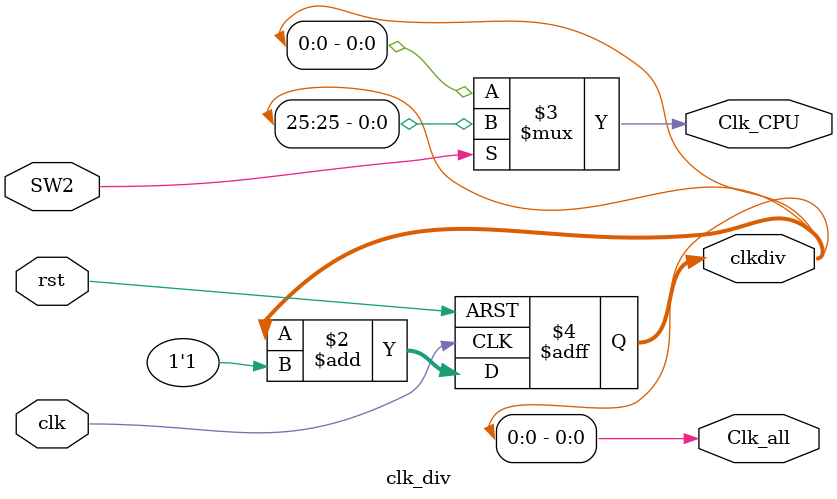
<source format=v>
`timescale 1ns / 1ps
module clk_div(input clk,
					input rst,
					input SW2,
					output reg[31:0]clkdiv,
					output Clk_CPU,
					output Clk_all
					);
					
// Clock divider-ʱ�ӷ�Ƶ��


	always @ (posedge clk or posedge rst) begin 
		if (rst) clkdiv <= 0; else clkdiv <= clkdiv + 1'b1; end
		
	assign Clk_CPU=(SW2)? clkdiv[25] : clkdiv[0];
	assign Clk_all = clkdiv[0];
endmodule

</source>
